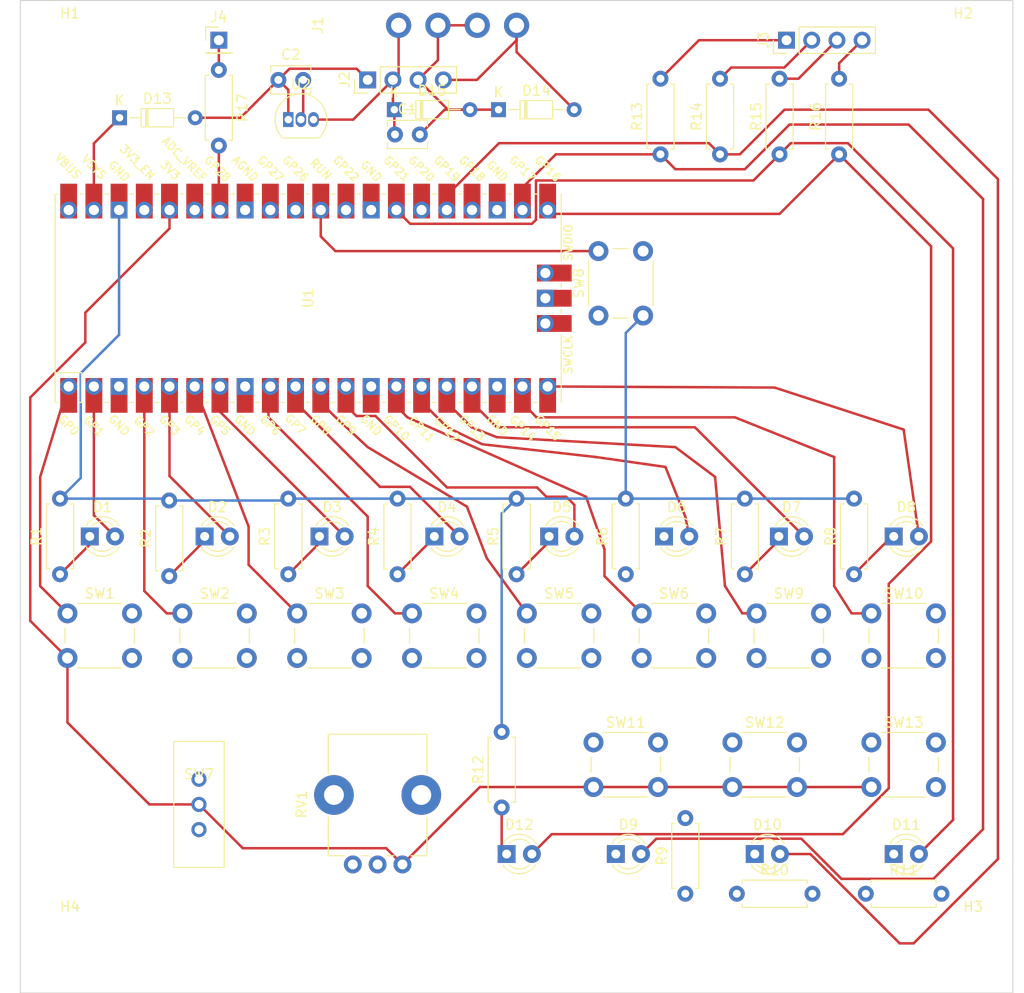
<source format=kicad_pcb>
(kicad_pcb (version 20211014) (generator pcbnew)
  (layers (0 "F.Cu" signal) (31 "B.Cu" signal) (34 "B.Paste" user) (35 "F.Paste" user) (36 "B.SilkS" user "B.Silkscreen") (37 "F.SilkS" user "F.Silkscreen") (38 "B.Mask" user) (39 "F.Mask" user) (44 "Edge.Cuts" user))
  (net 0 "")
  (net 1 "+15V")
  (net 2 "GND")
  (net 3 "+5V")
  (net 4 "Net-(D1-Pad1)")
  (net 5 "/GPIO1")
  (net 6 "Net-(D2-Pad1)")
  (net 7 "/GPIO3")
  (net 8 "Net-(D3-Pad1)")
  (net 9 "/GPIO5")
  (net 10 "Net-(D4-Pad1)")
  (net 11 "/GPIO7")
  (net 12 "Net-(D5-Pad1)")
  (net 13 "/GPIO9")
  (net 14 "Net-(D6-Pad1)")
  (net 15 "/GPIO11")
  (net 16 "Net-(D7-Pad1)")
  (net 17 "/GPIO13")
  (net 18 "Net-(D8-Pad1)")
  (net 19 "/GPIO15")
  (net 20 "Net-(D9-Pad1)")
  (net 21 "/GPIO17")
  (net 22 "Net-(D10-Pad1)")
  (net 23 "/GPIO19")
  (net 24 "Net-(D11-Pad1)")
  (net 25 "/GPIO21")
  (net 26 "Net-(D12-Pad1)")
  (net 27 "/GPIO16")
  (net 28 "Net-(D13-Pad1)")
  (net 29 "-15V")
  (net 30 "+3V3")
  (net 31 "Net-(RV1-Pad2)")
  (net 32 "/GPIO0")
  (net 33 "/GPIO2")
  (net 34 "/GPIO4")
  (net 35 "/GPIO6")
  (net 36 "/GPIO8")
  (net 37 "/GPIO10")
  (net 38 "Net-(SW7-Pad1)")
  (net 40 "Net-(SW8-Pad1)")
  (net 41 "/GPIO12")
  (net 42 "/GPIO14")
  (net 43 "/GPIO18")
  (net 44 "/GPIO20")
  (net 45 "/GPIO22")
  (net 46 "Net-(J3-Pad1)")
  (net 47 "Net-(J3-Pad2)")
  (net 48 "Net-(J3-Pad3)")
  (net 49 "Net-(J3-Pad4)")
  (net 50 "Net-(J4-Pad1)")
  (net 51 "/GPIO23")
  (footprint "Resistor_THT:R_Axial_DIN0207_L6.3mm_D2.5mm_P7.62mm_Horizontal" (layer "F.Cu") (at 161 98.81 90)
    (fp_text reference "R6")
    (fp_text value "820")
  )
  (footprint "Resistor_THT:R_Axial_DIN0207_L6.3mm_D2.5mm_P7.62mm_Horizontal" (layer "F.Cu") (at 138 98.81 90)
    (fp_text reference "R4")
    (fp_text value "820")
  )
  (footprint "Button_Switch_THT:SW_PUSH_6mm" (layer "F.Cu") (at 116.321428 102.75)
    (fp_text reference "SW2")
    (fp_text value "P2_BTN")
  )
  (footprint "connector_motm:connector_motm" (layer "F.Cu") (at 138.114 43.5 90)
    (fp_text reference "J1")
    (fp_text value "MOTM_PWR")
  )
  (footprint "Resistor_THT:R_Axial_DIN0207_L6.3mm_D2.5mm_P7.62mm_Horizontal" (layer "F.Cu") (at 120 48 -90)
    (fp_text reference "R17")
    (fp_text value "100")
  )
  (footprint "LED_THT:LED_D3.0mm" (layer "F.Cu") (at 176.428568 95)
    (fp_text reference "D7")
    (fp_text value "P7_LED")
  )
  (footprint "Potentiometer_THT:Potentiometer_Bourns_PTV09A-1_Single_Vertical" (layer "F.Cu") (at 138.5 128.05 90)
    (fp_text reference "RV1")
    (fp_text value "10k")
  )
  (footprint "Capacitor_THT:C_Disc_D3.8mm_W2.6mm_P2.50mm" (layer "F.Cu") (at 137.75 54.5)
    (fp_text reference "C1")
    (fp_text value "330n")
  )
  (footprint "Button_Switch_THT:SW_PUSH_6mm" (layer "F.Cu") (at 185.75 115.75)
    (fp_text reference "SW13")
    (fp_text value "OUT3_BTN")
  )
  (footprint "MCU_RaspberryPi_and_Boards:RPi_Pico_SMD_TH" (layer "F.Cu") (at 129 71 90)
    (fp_text reference "U1")
    (fp_text value "Pico")
  )
  (footprint "Connector_PinHeader_2.54mm:PinHeader_1x01_P2.54mm_Vertical" (layer "F.Cu") (at 120 45)
    (fp_text reference "J4")
    (fp_text value "EXT_CLK")
  )
  (footprint "MountingHole:MountingHole_2.7mm_M2.5" (layer "F.Cu") (at 196 136)
    (fp_text reference "H3")
    (fp_text value "MountingHole")
  )
  (footprint "Resistor_THT:R_Axial_DIN0207_L6.3mm_D2.5mm_P7.62mm_Horizontal" (layer "F.Cu") (at 148.5 122.31 90)
    (fp_text reference "R12")
    (fp_text value "820")
  )
  (footprint "Resistor_THT:R_Axial_DIN0207_L6.3mm_D2.5mm_P7.62mm_Horizontal" (layer "F.Cu") (at 173 98.81 90)
    (fp_text reference "R7")
    (fp_text value "820")
  )
  (footprint "Button_Switch_THT:SW_PUSH_6mm" (layer "F.Cu") (at 185.75 102.75)
    (fp_text reference "SW10")
    (fp_text value "P8_BTN")
  )
  (footprint "LED_THT:LED_D3.0mm" (layer "F.Cu") (at 130.142856 95)
    (fp_text reference "D3")
    (fp_text value "P3_LED")
  )
  (footprint "Connector_PinHeader_2.54mm:PinHeader_1x04_P2.54mm_Vertical" (layer "F.Cu") (at 177.2 45 90)
    (fp_text reference "J3")
    (fp_text value "OUT_CON")
  )
  (footprint "Resistor_THT:R_Axial_DIN0207_L6.3mm_D2.5mm_P7.62mm_Horizontal" (layer "F.Cu") (at 185.19 131)
    (fp_text reference "R11")
    (fp_text value "820")
  )
  (footprint "Resistor_THT:R_Axial_DIN0207_L6.3mm_D2.5mm_P7.62mm_Horizontal" (layer "F.Cu") (at 172.19 131)
    (fp_text reference "R10")
    (fp_text value "820")
  )
  (footprint "Diode_THT:D_DO-34_SOD68_P7.62mm_Horizontal" (layer "F.Cu") (at 110 52.815)
    (fp_text reference "D13")
    (fp_text value "D_Schottky")
  )
  (footprint "slide-switch:slide_switch_e61218" (layer "F.Cu") (at 118 119.46)
    (fp_text reference "SW7")
    (fp_text value "EG1218")
  )
  (footprint "Button_Switch_THT:SW_PUSH_6mm" (layer "F.Cu") (at 127.892856 102.75)
    (fp_text reference "SW3")
    (fp_text value "P3_BTN")
  )
  (footprint "Capacitor_THT:C_Disc_D3.8mm_W2.6mm_P2.50mm" (layer "F.Cu") (at 126 49)
    (fp_text reference "C2")
    (fp_text value "10n")
  )
  (footprint "LED_THT:LED_D3.0mm" (layer "F.Cu") (at 118.571428 95)
    (fp_text reference "D2")
    (fp_text value "P2_LED")
  )
  (footprint "LED_THT:LED_D3.0mm" (layer "F.Cu") (at 188 95)
    (fp_text reference "D8")
    (fp_text value "P8_LED")
  )
  (footprint "LED_THT:LED_D3.0mm" (layer "F.Cu") (at 107 95)
    (fp_text reference "D1")
    (fp_text value "P1_LED")
  )
  (footprint "Resistor_THT:R_Axial_DIN0207_L6.3mm_D2.5mm_P7.62mm_Horizontal" (layer "F.Cu") (at 104 98.81 90)
    (fp_text reference "R1")
    (fp_text value "820")
  )
  (footprint "Resistor_THT:R_Axial_DIN0207_L6.3mm_D2.5mm_P7.62mm_Horizontal" (layer "F.Cu") (at 127 98.81 90)
    (fp_text reference "R3")
    (fp_text value "820")
  )
  (footprint "LED_THT:LED_D3.0mm" (layer "F.Cu") (at 174 127)
    (fp_text reference "D10")
    (fp_text value "OUT2_LED")
  )
  (footprint "LED_THT:LED_D3.0mm" (layer "F.Cu") (at 188 127)
    (fp_text reference "D11")
    (fp_text value "OUT3_LED")
  )
  (footprint "Button_Switch_THT:SW_PUSH_6mm" (layer "F.Cu") (at 174.178568 102.75)
    (fp_text reference "SW9")
    (fp_text value "P7_BTN")
  )
  (footprint "Connector_PinHeader_2.54mm:PinHeader_1x04_P2.54mm_Vertical" (layer "F.Cu") (at 135 49 90)
    (fp_text reference "J2")
    (fp_text value "PWR_CON")
  )
  (footprint "Button_Switch_THT:SW_PUSH_6mm" (layer "F.Cu") (at 104.75 102.75)
    (fp_text reference "SW1")
    (fp_text value "P1_BTN")
  )
  (footprint "Resistor_THT:R_Axial_DIN0207_L6.3mm_D2.5mm_P7.62mm_Horizontal" (layer "F.Cu") (at 170.5 56.5 90)
    (fp_text reference "R14")
    (fp_text value "100")
  )
  (footprint "Button_Switch_THT:SW_PUSH_6mm" (layer "F.Cu") (at 151.035712 102.75)
    (fp_text reference "SW5")
    (fp_text value "P5_BTN")
  )
  (footprint "MountingHole:MountingHole_2.7mm_M2.5" (layer "F.Cu") (at 195 46)
    (fp_text reference "H2")
    (fp_text value "MountingHole")
  )
  (footprint "Resistor_THT:R_Axial_DIN0207_L6.3mm_D2.5mm_P7.62mm_Horizontal" (layer "F.Cu") (at 167 131 90)
    (fp_text reference "R9")
    (fp_text value "820")
  )
  (footprint "Resistor_THT:R_Axial_DIN0207_L6.3mm_D2.5mm_P7.62mm_Horizontal" (layer "F.Cu") (at 184 98.81 90)
    (fp_text reference "R8")
    (fp_text value "820")
  )
  (footprint "Button_Switch_THT:SW_PUSH_6mm" (layer "F.Cu") (at 162.60714 102.75)
    (fp_text reference "SW6")
    (fp_text value "P6_BTN")
  )
  (footprint "Button_Switch_THT:SW_PUSH_6mm" (layer "F.Cu") (at 171.75 115.75)
    (fp_text reference "SW12")
    (fp_text value "OUT2_BTN")
  )
  (footprint "Button_Switch_THT:SW_PUSH_6mm" (layer "F.Cu") (at 158.25 72.75 90)
    (fp_text reference "SW8")
    (fp_text value "Reset")
  )
  (footprint "Resistor_THT:R_Axial_DIN0207_L6.3mm_D2.5mm_P7.62mm_Horizontal" (layer "F.Cu") (at 150 98.81 90)
    (fp_text reference "R5")
    (fp_text value "820")
  )
  (footprint "MountingHole:MountingHole_2.7mm_M2.5" (layer "F.Cu") (at 105 136)
    (fp_text reference "H4")
    (fp_text value "MountingHole")
  )
  (footprint "Resistor_THT:R_Axial_DIN0207_L6.3mm_D2.5mm_P7.62mm_Horizontal" (layer "F.Cu") (at 115 99 90)
    (fp_text reference "R2")
    (fp_text value "820")
  )
  (footprint "LED_THT:LED_D3.0mm" (layer "F.Cu") (at 160 127)
    (fp_text reference "D9")
    (fp_text value "OUT1_LED")
  )
  (footprint "Button_Switch_THT:SW_PUSH_6mm" (layer "F.Cu") (at 139.464284 102.75)
    (fp_text reference "SW4")
    (fp_text value "P4_BTN")
  )
  (footprint "Diode_THT:D_DO-34_SOD68_P7.62mm_Horizontal" (layer "F.Cu") (at 137.685 52)
    (fp_text reference "D15")
    (fp_text value "1N4001")
  )
  (footprint "Resistor_THT:R_Axial_DIN0207_L6.3mm_D2.5mm_P7.62mm_Horizontal" (layer "F.Cu") (at 182.5 56.5 90)
    (fp_text reference "R16")
    (fp_text value "100")
  )
  (footprint "LED_THT:LED_D3.0mm" (layer "F.Cu") (at 141.714284 95)
    (fp_text reference "D4")
    (fp_text value "P4_LED")
  )
  (footprint "MountingHole:MountingHole_2.7mm_M2.5" (layer "F.Cu") (at 105 46)
    (fp_text reference "H1")
    (fp_text value "MountingHole")
  )
  (footprint "LED_THT:LED_D3.0mm" (layer "F.Cu") (at 153.285712 95)
    (fp_text reference "D5")
    (fp_text value "P5_LED")
  )
  (footprint "LED_THT:LED_D3.0mm" (layer "F.Cu") (at 149 127)
    (fp_text reference "D12")
    (fp_text value "CLK_LED")
  )
  (footprint "Diode_THT:D_DO-34_SOD68_P7.62mm_Horizontal" (layer "F.Cu") (at 148.185 52)
    (fp_text reference "D14")
    (fp_text value "1N4001")
  )
  (footprint "Resistor_THT:R_Axial_DIN0207_L6.3mm_D2.5mm_P7.62mm_Horizontal" (layer "F.Cu") (at 176.5 56.5 90)
    (fp_text reference "R15")
    (fp_text value "100")
  )
  (footprint "Button_Switch_THT:SW_PUSH_6mm" (layer "F.Cu") (at 157.75 115.75)
    (fp_text reference "SW11")
    (fp_text value "OUT1_BTN")
  )
  (footprint "LED_THT:LED_D3.0mm" (layer "F.Cu") (at 164.85714 95)
    (fp_text reference "D6")
    (fp_text value "P6_LED")
  )
  (footprint "Package_TO_SOT_THT:TO-92_Inline" (layer "F.Cu") (at 127 53)
    (fp_text reference "U2")
    (fp_text value "LM78L05_TO92")
  )
  (footprint "Resistor_THT:R_Axial_DIN0207_L6.3mm_D2.5mm_P7.62mm_Horizontal" (layer "F.Cu") (at 164.5 56.5 90)
    (fp_text reference "R13")
    (fp_text value "100")
  )
  (gr_line (start 200 41) (end 200 141) (layer "Edge.Cuts") (width 0.1))
  (gr_line (start 100 141) (end 100 41) (layer "Edge.Cuts") (width 0.1))
  (gr_line (start 200 141) (end 100 141) (layer "Edge.Cuts") (width 0.1))
  (gr_line (start 100 41) (end 200 41) (layer "Edge.Cuts") (width 0.1))
  (segment (start 137.54 49) (end 138.114 48.426) (width 0.25) (layer "F.Cu") (net 1))
  (segment (start 137.54 51.855) (end 137.685 52) (width 0.25) (layer "F.Cu") (net 1))
  (segment (start 129.54 53) (end 133.54 53) (width 0.25) (layer "F.Cu") (net 1))
  (segment (start 137.685 54.435) (end 137.75 54.5) (width 0.25) (layer "F.Cu") (net 1))
  (segment (start 137.54 49) (end 137.54 51.855) (width 0.25) (layer "F.Cu") (net 1))
  (segment (start 137.685 52) (end 137.685 54.435) (width 0.25) (layer "F.Cu") (net 1))
  (segment (start 133.54 53) (end 137.54 49) (width 0.25) (layer "F.Cu") (net 1))
  (segment (start 138.114 48.426) (end 138.114 43.5) (width 0.25) (layer "F.Cu") (net 1))
  (segment (start 140.08 49) (end 143.08 52) (width 0.25) (layer "F.Cu") (net 2))
  (segment (start 142.076 47.004) (end 142.076 43.5) (width 0.25) (layer "F.Cu") (net 2))
  (segment (start 128.5 52.77) (end 128.27 53) (width 0.25) (layer "F.Cu") (net 2))
  (segment (start 145.305 52) (end 148.185 52) (width 0.25) (layer "F.Cu") (net 2))
  (segment (start 140.08 49) (end 142.076 47.004) (width 0.25) (layer "F.Cu") (net 2))
  (segment (start 146.038 43.5) (end 142.076 43.5) (width 0.25) (layer "F.Cu") (net 2))
  (segment (start 145.305 52) (end 142.75 52) (width 0.25) (layer "F.Cu") (net 2))
  (segment (start 143.08 52) (end 145.305 52) (width 0.25) (layer "F.Cu") (net 2))
  (segment (start 128.5 49) (end 128.5 52.77) (width 0.25) (layer "F.Cu") (net 2))
  (segment (start 142.75 52) (end 140.25 54.5) (width 0.25) (layer "F.Cu") (net 2))
  (segment (start 126.81 91.38) (end 127 91.19) (width 0.25) (layer "B.Cu") (net 2))
  (segment (start 115 91.38) (end 126.81 91.38) (width 0.25) (layer "B.Cu") (net 2))
  (segment (start 161 74.5) (end 161 91.19) (width 0.25) (layer "B.Cu") (net 2))
  (segment (start 106.088356 89.101644) (end 104 91.19) (width 0.25) (layer "B.Cu") (net 2))
  (segment (start 150 91.19) (end 161 91.19) (width 0.25) (layer "B.Cu") (net 2))
  (segment (start 138 91.19) (end 150 91.19) (width 0.25) (layer "B.Cu") (net 2))
  (segment (start 162.75 72.75) (end 161 74.5) (width 0.25) (layer "B.Cu") (net 2))
  (segment (start 106.088356 78.548627) (end 106.088356 89.101644) (width 0.25) (layer "B.Cu") (net 2))
  (segment (start 148.5 92.69) (end 150 91.19) (width 0.25) (layer "B.Cu") (net 2))
  (segment (start 173 91.19) (end 184 91.19) (width 0.25) (layer "B.Cu") (net 2))
  (segment (start 109.95 62.11) (end 109.95 74.686983) (width 0.25) (layer "B.Cu") (net 2))
  (segment (start 104 91.19) (end 114.81 91.19) (width 0.25) (layer "B.Cu") (net 2))
  (segment (start 148.5 114.69) (end 148.5 92.69) (width 0.25) (layer "B.Cu") (net 2))
  (segment (start 127 91.19) (end 138 91.19) (width 0.25) (layer "B.Cu") (net 2))
  (segment (start 114.81 91.19) (end 115 91.38) (width 0.25) (layer "B.Cu") (net 2))
  (segment (start 161 91.19) (end 173 91.19) (width 0.25) (layer "B.Cu") (net 2))
  (segment (start 109.95 74.686983) (end 106.088356 78.548627) (width 0.25) (layer "B.Cu") (net 2))
  (segment (start 127 53) (end 127 50) (width 0.25) (layer "F.Cu") (net 3))
  (segment (start 133.875 47.875) (end 127.125 47.875) (width 0.25) (layer "F.Cu") (net 3))
  (segment (start 117.62 52.815) (end 122.185 52.815) (width 0.25) (layer "F.Cu") (net 3))
  (segment (start 127 50) (end 126 49) (width 0.25) (layer "F.Cu") (net 3))
  (segment (start 127.125 47.875) (end 126 49) (width 0.25) (layer "F.Cu") (net 3))
  (segment (start 122.185 52.815) (end 126 49) (width 0.25) (layer "F.Cu") (net 3))
  (segment (start 135 49) (end 133.875 47.875) (width 0.25) (layer "F.Cu") (net 3))
  (segment (start 107 95.81) (end 104 98.81) (width 0.25) (layer "F.Cu") (net 4))
  (segment (start 107 95) (end 107 95.81) (width 0.25) (layer "F.Cu") (net 4))
  (segment (start 107.41 79.89) (end 107.41 92.87) (width 0.25) (layer "F.Cu") (net 5))
  (segment (start 107.41 92.87) (end 109.54 95) (width 0.25) (layer "F.Cu") (net 5))
  (segment (start 118.571428 95) (end 118.571428 95.428572) (width 0.25) (layer "F.Cu") (net 6))
  (segment (start 118.571428 95.428572) (end 115 99) (width 0.25) (layer "F.Cu") (net 6))
  (segment (start 115.03 79.89) (end 115.03 88.918572) (width 0.25) (layer "F.Cu") (net 7))
  (segment (start 115.03 88.918572) (end 121.111428 95) (width 0.25) (layer "F.Cu") (net 7))
  (segment (start 130.142856 95) (end 130.142856 95.667144) (width 0.25) (layer "F.Cu") (net 8))
  (segment (start 130.142856 95.667144) (end 127 98.81) (width 0.25) (layer "F.Cu") (net 8))
  (segment (start 120.11 82.427144) (end 132.682856 95) (width 0.25) (layer "F.Cu") (net 9))
  (segment (start 120.11 79.89) (end 120.11 82.427144) (width 0.25) (layer "F.Cu") (net 9))
  (segment (start 141.714284 95) (end 141.714284 95.095716) (width 0.25) (layer "F.Cu") (net 10))
  (segment (start 141.714284 95.095716) (end 138 98.81) (width 0.25) (layer "F.Cu") (net 10))
  (segment (start 139.257803 90.003519) (end 144.254284 95) (width 0.25) (layer "F.Cu") (net 11))
  (segment (start 127.73 81.5) (end 136.233519 90.003519) (width 0.25) (layer "F.Cu") (net 11))
  (segment (start 136.233519 90.003519) (end 139.257803 90.003519) (width 0.25) (layer "F.Cu") (net 11))
  (segment (start 127.73 79.89) (end 127.73 81.5) (width 0.25) (layer "F.Cu") (net 11))
  (segment (start 153.285712 95) (end 153.285712 95.524288) (width 0.25) (layer "F.Cu") (net 12))
  (segment (start 153.285712 95.524288) (end 150 98.81) (width 0.25) (layer "F.Cu") (net 12))
  (segment (start 132.81 81.81) (end 132.81 79.89) (width 0.25) (layer "F.Cu") (net 13))
  (segment (start 133.865 82.865) (end 132.81 81.81) (width 0.25) (layer "F.Cu") (net 13))
  (segment (start 153 91) (end 152.065 90.065) (width 0.25) (layer "F.Cu") (net 13))
  (segment (start 135.785 82.865) (end 133.865 82.865) (width 0.25) (layer "F.Cu") (net 13))
  (segment (start 142.985 90.065) (end 135.785 82.865) (width 0.25) (layer "F.Cu") (net 13))
  (segment (start 155.825712 91.825712) (end 155 91) (width 0.25) (layer "F.Cu") (net 13))
  (segment (start 155 91) (end 153 91) (width 0.25) (layer "F.Cu") (net 13))
  (segment (start 155.825712 95) (end 155.825712 91.825712) (width 0.25) (layer "F.Cu") (net 13))
  (segment (start 152.065 90.065) (end 142.985 90.065) (width 0.25) (layer "F.Cu") (net 13))
  (segment (start 146.546103 85.712499) (end 143 84) (width 0.25) (layer "F.Cu") (net 15))
  (segment (start 167 93) (end 165 88) (width 0.25) (layer "F.Cu") (net 15))
  (segment (start 143 84) (end 140.43 81.43) (width 0.25) (layer "F.Cu") (net 15))
  (segment (start 165 88) (end 158 87) (width 0.25) (layer "F.Cu") (net 15))
  (segment (start 140.43 81.43) (end 140.43 79.89) (width 0.25) (layer "F.Cu") (net 15))
  (segment (start 167.39714 95) (end 167 93) (width 0.25) (layer "F.Cu") (net 15))
  (segment (start 158 87) (end 146.546103 85.712499) (width 0.25) (layer "F.Cu") (net 15))
  (segment (start 176.428568 95.381432) (end 173 98.81) (width 0.25) (layer "F.Cu") (net 16))
  (segment (start 176.428568 95) (end 176.428568 95.381432) (width 0.25) (layer "F.Cu") (net 16))
  (segment (start 145.51 81.5) (end 148.01 84) (width 0.25) (layer "F.Cu") (net 17))
  (segment (start 167.968568 84) (end 178.968568 95) (width 0.25) (layer "F.Cu") (net 17))
  (segment (start 145.51 79.89) (end 145.51 81.5) (width 0.25) (layer "F.Cu") (net 17))
  (segment (start 148.01 84) (end 167.968568 84) (width 0.25) (layer "F.Cu") (net 17))
  (segment (start 188 95) (end 187.81 95) (width 0.25) (layer "F.Cu") (net 18))
  (segment (start 187.81 95) (end 184 98.81) (width 0.25) (layer "F.Cu") (net 18))
  (segment (start 176 80) (end 189 84.23) (width 0.25) (layer "F.Cu") (net 19))
  (segment (start 189 84.23) (end 190.54 95) (width 0.25) (layer "F.Cu") (net 19))
  (segment (start 153.13 79.89) (end 176 80) (width 0.25) (layer "F.Cu") (net 19))
  (segment (start 197 61) (end 197 124.5) (width 0.25) (layer "F.Cu") (net 21))
  (segment (start 164.085022 125.454978) (end 162.54 127) (width 0.25) (layer "F.Cu") (net 21))
  (segment (start 173 58) (end 177.5 53.5) (width 0.25) (layer "F.Cu") (net 21))
  (segment (start 182.735405 129.5) (end 178.690383 125.454978) (width 0.25) (layer "F.Cu") (net 21))
  (segment (start 164.5 56.5) (end 166 58) (width 0.25) (layer "F.Cu") (net 21))
  (segment (start 150.59 59.863604) (end 150.59 62.11) (width 0.25) (layer "F.Cu") (net 21))
  (segment (start 164.5 56.5) (end 153.953604 56.5) (width 0.25) (layer "F.Cu") (net 21))
  (segment (start 189.5 53.5) (end 197 61) (width 0.25) (layer "F.Cu") (net 21))
  (segment (start 177.5 53.5) (end 189.5 53.5) (width 0.25) (layer "F.Cu") (net 21))
  (segment (start 178.690383 125.454978) (end 164.085022 125.454978) (width 0.25) (layer "F.Cu") (net 21))
  (segment (start 197 124.5) (end 192 129.5) (width 0.25) (layer "F.Cu") (net 21))
  (segment (start 153.953604 56.5) (end 150.59 59.863604) (width 0.25) (layer "F.Cu") (net 21))
  (segment (start 166 58) (end 173 58) (width 0.25) (layer "F.Cu") (net 21))
  (segment (start 192 129.5) (end 182.735405 129.5) (width 0.25) (layer "F.Cu") (net 21))
  (segment (start 191.5 52) (end 198.5 59) (width 0.25) (layer "F.Cu") (net 23))
  (segment (start 148.23 55.375) (end 142.97 60.635) (width 0.25) (layer "F.Cu") (net 23))
  (segment (start 170.5 56.5) (end 169.375 55.375) (width 0.25) (layer "F.Cu") (net 23))
  (segment (start 179.599009 127) (end 176.54 127) (width 0.25) (layer "F.Cu") (net 23))
  (segment (start 172.5 56.5) (end 177 52) (width 0.25) (layer "F.Cu") (net 23))
  (segment (start 188.599009 136) (end 179.599009 127) (width 0.25) (layer "F.Cu") (net 23))
  (segment (start 142.97 60.635) (end 142.97 62.11) (width 0.25) (layer "F.Cu") (net 23))
  (segment (start 177 52) (end 191.5 52) (width 0.25) (layer "F.Cu") (net 23))
  (segment (start 170.5 56.5) (end 172.5 56.5) (width 0.25) (layer "F.Cu") (net 23))
  (segment (start 198.5 59) (end 198.5 127.5) (width 0.25) (layer "F.Cu") (net 23))
  (segment (start 169.375 55.375) (end 148.23 55.375) (width 0.25) (layer "F.Cu") (net 23))
  (segment (start 198.5 127.5) (end 190 136) (width 0.25) (layer "F.Cu") (net 23))
  (segment (start 190 136) (end 188.599009 136) (width 0.25) (layer "F.Cu") (net 23))
  (segment (start 173.865 59.135) (end 151.955 59.135) (width 0.25) (layer "F.Cu") (net 25))
  (segment (start 193.977865 65.977865) (end 193.977865 123.562135) (width 0.25) (layer "F.Cu") (net 25))
  (segment (start 176.5 56.5) (end 177.625 55.375) (width 0.25) (layer "F.Cu") (net 25))
  (segment (start 151.955 59.135) (end 151.955 63.095) (width 0.25) (layer "F.Cu") (net 25))
  (segment (start 151.955 63.095) (end 151.55 63.5) (width 0.25) (layer "F.Cu") (net 25))
  (segment (start 193.977865 123.562135) (end 190.54 127) (width 0.25) (layer "F.Cu") (net 25))
  (segment (start 176.5 56.5) (end 173.865 59.135) (width 0.25) (layer "F.Cu") (net 25))
  (segment (start 139.28 63.5) (end 137.89 62.11) (width 0.25) (layer "F.Cu") (net 25))
  (segment (start 151.55 63.5) (end 139.28 63.5) (width 0.25) (layer "F.Cu") (net 25))
  (segment (start 183.375 55.375) (end 193.977865 65.977865) (width 0.25) (layer "F.Cu") (net 25))
  (segment (start 177.625 55.375) (end 183.375 55.375) (width 0.25) (layer "F.Cu") (net 25))
  (segment (start 148.5 122.31) (end 148.5 126.5) (width 0.25) (layer "F.Cu") (net 26))
  (segment (start 148.5 126.5) (end 149 127) (width 0.25) (layer "F.Cu") (net 26))
  (segment (start 187.5 99.772412) (end 187.5 120.373833) (width 0.25) (layer "F.Cu") (net 27))
  (segment (start 153.54 125) (end 151.54 127) (width 0.25) (layer "F.Cu") (net 27))
  (segment (start 182.873833 125) (end 153.54 125) (width 0.25) (layer "F.Cu") (net 27))
  (segment (start 176.5 62.5) (end 153.52 62.5) (width 0.25) (layer "F.Cu") (net 27))
  (segment (start 191.765 95.507412) (end 187.5 99.772412) (width 0.25) (layer "F.Cu") (net 27))
  (segment (start 153.52 62.5) (end 153.13 62.11) (width 0.25) (layer "F.Cu") (net 27))
  (segment (start 187.5 120.373833) (end 182.873833 125) (width 0.25) (layer "F.Cu") (net 27))
  (segment (start 191.765 65.765) (end 191.765 95.507412) (width 0.25) (layer "F.Cu") (net 27))
  (segment (start 182.5 56.5) (end 176.5 62.5) (width 0.25) (layer "F.Cu") (net 27))
  (segment (start 182.5 56.5) (end 191.765 65.765) (width 0.25) (layer "F.Cu") (net 27))
  (segment (start 107.41 55.405) (end 107.41 62.11) (width 0.25) (layer "F.Cu") (net 28))
  (segment (start 110 52.815) (end 107.41 55.405) (width 0.25) (layer "F.Cu") (net 28))
  (segment (start 150 45) (end 150 43.5) (width 0.25) (layer "F.Cu") (net 29))
  (segment (start 150 46.195) (end 150 43.5) (width 0.25) (layer "F.Cu") (net 29))
  (segment (start 150 45) (end 146 49) (width 0.25) (layer "F.Cu") (net 29))
  (segment (start 155.805 52) (end 150 46.195) (width 0.25) (layer "F.Cu") (net 29))
  (segment (start 146 49) (end 142.62 49) (width 0.25) (layer "F.Cu") (net 29))
  (segment (start 171.75 120.25) (end 178.25 120.25) (width 0.25) (layer "F.Cu") (net 30))
  (segment (start 146.3 120.25) (end 157.75 120.25) (width 0.25) (layer "F.Cu") (net 30))
  (segment (start 164.25 120.25) (end 171.75 120.25) (width 0.25) (layer "F.Cu") (net 30))
  (segment (start 178.25 120.25) (end 185.75 120.25) (width 0.25) (layer "F.Cu") (net 30))
  (segment (start 118 122) (end 122.413557 126.413557) (width 0.25) (layer "F.Cu") (net 30))
  (segment (start 104.75 113.75) (end 113 122) (width 0.25) (layer "F.Cu") (net 30))
  (segment (start 115.03 63.97) (end 106.550001 72.449999) (width 0.25) (layer "F.Cu") (net 30))
  (segment (start 106.550001 72.449999) (end 106.550001 75.449999) (width 0.25) (layer "F.Cu") (net 30))
  (segment (start 138.5 128.05) (end 146.3 120.25) (width 0.25) (layer "F.Cu") (net 30))
  (segment (start 157.75 120.25) (end 164.25 120.25) (width 0.25) (layer "F.Cu") (net 30))
  (segment (start 101 81) (end 101 103.5) (width 0.25) (layer "F.Cu") (net 30))
  (segment (start 122.413557 126.413557) (end 136.863557 126.413557) (width 0.25) (layer "F.Cu") (net 30))
  (segment (start 136.863557 126.413557) (end 138.5 128.05) (width 0.25) (layer "F.Cu") (net 30))
  (segment (start 101 103.5) (end 104.75 107.25) (width 0.25) (layer "F.Cu") (net 30))
  (segment (start 113 122) (end 118 122) (width 0.25) (layer "F.Cu") (net 30))
  (segment (start 104.75 107.25) (end 104.75 113.75) (width 0.25) (layer "F.Cu") (net 30))
  (segment (start 106.550001 75.449999) (end 101 81) (width 0.25) (layer "F.Cu") (net 30))
  (segment (start 115.03 62.11) (end 115.03 63.97) (width 0.25) (layer "F.Cu") (net 30))
  (segment (start 104.75 80.01) (end 104.87 79.89) (width 0.25) (layer "F.Cu") (net 32))
  (segment (start 102 100) (end 104.75 102.75) (width 0.25) (layer "F.Cu") (net 32))
  (segment (start 102 89) (end 102 100) (width 0.25) (layer "F.Cu") (net 32))
  (segment (start 102 89) (end 104.75 80.01) (width 0.25) (layer "F.Cu") (net 32))
  (segment (start 112.49 100.49) (end 112.49 79.89) (width 0.25) (layer "F.Cu") (net 33))
  (segment (start 114.75 102.75) (end 112.49 100.49) (width 0.25) (layer "F.Cu") (net 33))
  (segment (start 116.321428 102.75) (end 114.75 102.75) (width 0.25) (layer "F.Cu") (net 33))
  (segment (start 123 94) (end 117.57 79.89) (width 0.25) (layer "F.Cu") (net 34))
  (segment (start 123 97.857144) (end 123 94) (width 0.25) (layer "F.Cu") (net 34))
  (segment (start 127.892856 102.75) (end 123 97.857144) (width 0.25) (layer "F.Cu") (net 34))
  (segment (start 139.464284 102.75) (end 137.75 102.75) (width 0.25) (layer "F.Cu") (net 35))
  (segment (start 125 80.08) (end 125.19 79.89) (width 0.25) (layer "F.Cu") (net 35))
  (segment (start 135 100) (end 135 93) (width 0.25) (layer "F.Cu") (net 35))
  (segment (start 125 83) (end 125 80.08) (width 0.25) (layer "F.Cu") (net 35))
  (segment (start 137.75 102.75) (end 135 100) (width 0.25) (layer "F.Cu") (net 35))
  (segment (start 135 93) (end 125 83) (width 0.25) (layer "F.Cu") (net 35))
  (segment (start 151.035712 102.75) (end 147 97.193572) (width 0.25) (layer "F.Cu") (net 36))
  (segment (start 131.77 83) (end 130.27 81.5) (width 0.25) (layer "F.Cu") (net 36))
  (segment (start 130.27 81.5) (end 130.27 79.89) (width 0.25) (layer "F.Cu") (net 36))
  (segment (start 145 92) (end 135 86) (width 0.25) (layer "F.Cu") (net 36))
  (segment (start 147 97.193572) (end 145 92) (width 0.25) (layer "F.Cu") (net 36))
  (segment (start 135 86) (end 131.77 83) (width 0.25) (layer "F.Cu") (net 36))
  (segment (start 158.85714 99) (end 158.85714 96.299016) (width 0.25) (layer "F.Cu") (net 37))
  (segment (start 158.85714 96.299016) (end 157 91) (width 0.25) (layer "F.Cu") (net 37))
  (segment (start 157 91) (end 139 83) (width 0.25) (layer "F.Cu") (net 37))
  (segment (start 139 83) (end 137.89 81.89) (width 0.25) (layer "F.Cu") (net 37))
  (segment (start 137.89 81.89) (end 137.89 79.89) (width 0.25) (layer "F.Cu") (net 37))
  (segment (start 162.60714 102.75) (end 158.85714 99) (width 0.25) (layer "F.Cu") (net 37))
  (segment (start 158.25 66.25) (end 131.75 66.25) (width 0.25) (layer "F.Cu") (net 40))
  (segment (start 130.27 64.77) (end 130.27 62.11) (width 0.25) (layer "F.Cu") (net 40))
  (segment (start 131.75 66.25) (end 130.27 64.77) (width 0.25) (layer "F.Cu") (net 40))
  (segment (start 170 89) (end 166 86) (width 0.25) (layer "F.Cu") (net 41))
  (segment (start 166 86) (end 148 85) (width 0.25) (layer "F.Cu") (net 41))
  (segment (start 174.178568 102.75) (end 172.75 102.75) (width 0.25) (layer "F.Cu") (net 41))
  (segment (start 148 85) (end 145.47 84) (width 0.25) (layer "F.Cu") (net 41))
  (segment (start 145.47 84) (end 142.97 81.5) (width 0.25) (layer "F.Cu") (net 41))
  (segment (start 171 100) (end 170 89) (width 0.25) (layer "F.Cu") (net 41))
  (segment (start 172.75 102.75) (end 171 100) (width 0.25) (layer "F.Cu") (net 41))
  (segment (start 142.97 81.5) (end 142.97 79.89) (width 0.25) (layer "F.Cu") (net 41))
  (segment (start 185.75 102.75) (end 183.75 102.75) (width 0.25) (layer "F.Cu") (net 42))
  (segment (start 183.75 102.75) (end 182 100) (width 0.25) (layer "F.Cu") (net 42))
  (segment (start 150.59 81.5) (end 150.59 79.89) (width 0.25) (layer "F.Cu") (net 42))
  (segment (start 182 100) (end 182 87) (width 0.25) (layer "F.Cu") (net 42))
  (segment (start 172 83) (end 152 83) (width 0.25) (layer "F.Cu") (net 42))
  (segment (start 182 87) (end 172 83) (width 0.25) (layer "F.Cu") (net 42))
  (segment (start 152 83) (end 150.59 81.5) (width 0.25) (layer "F.Cu") (net 42))
  (segment (start 168.38 45) (end 177.2 45) (width 0.25) (layer "F.Cu") (net 46))
  (segment (start 164.5 48.88) (end 168.38 45) (width 0.25) (layer "F.Cu") (net 46))
  (segment (start 170.5 48.88) (end 171.625 47.755) (width 0.25) (layer "F.Cu") (net 47))
  (segment (start 176.985 47.755) (end 179.74 45) (width 0.25) (layer "F.Cu") (net 47))
  (segment (start 171.625 47.755) (end 176.985 47.755) (width 0.25) (layer "F.Cu") (net 47))
  (segment (start 176.5 48.88) (end 178.4 48.88) (width 0.25) (layer "F.Cu") (net 48))
  (segment (start 178.4 48.88) (end 182.28 45) (width 0.25) (layer "F.Cu") (net 48))
  (segment (start 182.5 48.88) (end 182.5 47.32) (width 0.25) (layer "F.Cu") (net 49))
  (segment (start 182.5 47.32) (end 184.82 45) (width 0.25) (layer "F.Cu") (net 49))
  (segment (start 120 48) (end 120 45) (width 0.25) (layer "F.Cu") (net 50))
  (segment (start 120 62) (end 120.11 62.11) (width 0.25) (layer "F.Cu") (net 51))
  (segment (start 120 55.62) (end 120 62) (width 0.25) (layer "F.Cu") (net 51))
)
</source>
